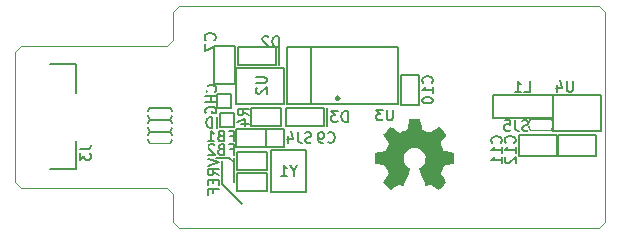
<source format=gbo>
G04 (created by PCBNEW (2013-07-14 BZR 4242)-stable) date Sun 28 Jul 2013 02:20:03 PM CEST*
%MOIN*%
G04 Gerber Fmt 3.4, Leading zero omitted, Abs format*
%FSLAX34Y34*%
G01*
G70*
G90*
G04 APERTURE LIST*
%ADD10C,0.005906*%
%ADD11C,0.003900*%
%ADD12C,0.003921*%
%ADD13C,0.005900*%
%ADD14C,0.011800*%
%ADD15C,0.000100*%
%ADD16R,0.047200X0.052800*%
%ADD17R,0.042800X0.070800*%
%ADD18C,0.081800*%
%ADD19R,0.047200X0.033400*%
%ADD20R,0.037800X0.037800*%
%ADD21R,0.106200X0.047100*%
%ADD22C,0.134200*%
%ADD23R,0.086500X0.023500*%
%ADD24R,0.082600X0.090500*%
%ADD25R,0.070800X0.090500*%
%ADD26R,0.082600X0.082600*%
%ADD27R,0.032800X0.032800*%
%ADD28R,0.023500X0.032800*%
%ADD29R,0.070800X0.031800*%
%ADD30R,0.066100X0.030800*%
%ADD31R,0.032800X0.052800*%
%ADD32R,0.062800X0.042800*%
%ADD33R,0.052800X0.032800*%
%ADD34R,0.042800X0.062800*%
%ADD35R,0.043200X0.052800*%
G04 APERTURE END LIST*
G54D10*
G54D11*
X15300Y-17430D02*
X15300Y-16500D01*
X15300Y-22574D02*
X15300Y-23500D01*
X29500Y-23700D02*
X15500Y-23700D01*
X29700Y-16500D02*
X29700Y-23500D01*
X15500Y-16300D02*
X29500Y-16300D01*
X10239Y-17630D02*
X15100Y-17630D01*
X10239Y-22374D02*
X15100Y-22374D01*
X10039Y-17830D02*
X10039Y-22174D01*
G54D12*
X10239Y-22374D02*
X10039Y-22174D01*
X15300Y-22574D02*
X15100Y-22374D01*
X15500Y-23700D02*
X15300Y-23500D01*
X29700Y-23500D02*
X29500Y-23700D01*
X29500Y-16300D02*
X29700Y-16500D01*
X15300Y-16500D02*
X15500Y-16300D01*
X15100Y-17630D02*
X15300Y-17430D01*
G54D11*
X10239Y-17630D02*
X10039Y-17830D01*
G54D13*
X17320Y-21540D02*
X17320Y-21360D01*
X17320Y-21520D02*
X17320Y-22180D01*
X17160Y-21360D02*
X17320Y-21520D01*
X16740Y-21360D02*
X17160Y-21360D01*
X16920Y-22240D02*
X16920Y-21480D01*
X17580Y-22900D02*
X16920Y-22240D01*
X16456Y-21393D02*
X16810Y-21511D01*
X16456Y-21629D01*
X16810Y-21949D02*
X16641Y-21831D01*
X16810Y-21747D02*
X16456Y-21747D01*
X16456Y-21882D01*
X16473Y-21915D01*
X16489Y-21932D01*
X16523Y-21949D01*
X16574Y-21949D01*
X16607Y-21932D01*
X16624Y-21915D01*
X16641Y-21882D01*
X16641Y-21747D01*
X16624Y-22101D02*
X16624Y-22219D01*
X16810Y-22269D02*
X16810Y-22101D01*
X16456Y-22101D01*
X16456Y-22269D01*
X16624Y-22539D02*
X16624Y-22421D01*
X16810Y-22421D02*
X16456Y-22421D01*
X16456Y-22590D01*
X18820Y-17665D02*
X18820Y-18265D01*
X18720Y-17665D02*
X17470Y-17665D01*
X17470Y-17665D02*
X17470Y-18265D01*
X17470Y-18265D02*
X18720Y-18265D01*
X18720Y-18265D02*
X18720Y-17665D01*
X27957Y-19263D02*
X25957Y-19263D01*
X25957Y-19263D02*
X25957Y-20051D01*
X25957Y-20051D02*
X27957Y-20051D01*
X27957Y-20051D02*
X27957Y-19263D01*
X17406Y-18365D02*
X18984Y-18365D01*
X17405Y-18365D02*
X17405Y-19565D01*
X17406Y-19565D02*
X18984Y-19565D01*
X18984Y-19565D02*
X18984Y-18365D01*
X16769Y-19691D02*
X17221Y-19691D01*
X17221Y-19691D02*
X17221Y-19239D01*
X17221Y-19239D02*
X16769Y-19239D01*
X16769Y-19239D02*
X16769Y-19691D01*
X19714Y-22520D02*
X19714Y-21102D01*
X19714Y-21102D02*
X18572Y-21102D01*
X18572Y-21102D02*
X18572Y-22520D01*
X18572Y-22520D02*
X19714Y-22520D01*
X12047Y-20807D02*
X12047Y-21752D01*
X12047Y-21752D02*
X11201Y-21752D01*
X12047Y-19193D02*
X12047Y-18248D01*
X12047Y-18248D02*
X11201Y-18248D01*
X15174Y-19697D02*
X14546Y-19697D01*
X14546Y-20083D02*
X15174Y-20083D01*
X15253Y-19966D02*
G75*
G02X15174Y-20083I-98J-19D01*
G74*
G01*
X14545Y-20083D02*
G75*
G02X14467Y-19965I20J98D01*
G74*
G01*
X14467Y-19814D02*
G75*
G02X14546Y-19697I98J19D01*
G74*
G01*
X15175Y-19697D02*
G75*
G02X15253Y-19815I-20J-98D01*
G74*
G01*
X15174Y-20497D02*
X14546Y-20497D01*
X14546Y-20883D02*
X15174Y-20883D01*
X15253Y-20766D02*
G75*
G02X15174Y-20883I-98J-19D01*
G74*
G01*
X14545Y-20883D02*
G75*
G02X14467Y-20765I20J98D01*
G74*
G01*
X14467Y-20614D02*
G75*
G02X14546Y-20497I98J19D01*
G74*
G01*
X15175Y-20497D02*
G75*
G02X15253Y-20615I-20J-98D01*
G74*
G01*
X19881Y-19587D02*
X19094Y-19587D01*
X19094Y-19587D02*
X19094Y-17657D01*
X19094Y-17657D02*
X19881Y-17657D01*
X22795Y-19587D02*
X22795Y-17657D01*
X22795Y-17657D02*
X19881Y-17657D01*
X19881Y-17657D02*
X19881Y-19587D01*
X19881Y-19587D02*
X22795Y-19587D01*
G54D14*
X20820Y-19381D02*
G75*
G03X20820Y-19381I-39J0D01*
G74*
G01*
G54D13*
X18900Y-19700D02*
X17900Y-19700D01*
X17900Y-19700D02*
X17900Y-20300D01*
X17900Y-20300D02*
X18900Y-20300D01*
X18900Y-20300D02*
X18900Y-19700D01*
X16645Y-17640D02*
X16645Y-18890D01*
X16645Y-18890D02*
X17345Y-18890D01*
X17345Y-18890D02*
X17345Y-17640D01*
X17345Y-17640D02*
X16645Y-17640D01*
X23488Y-19594D02*
X23488Y-18594D01*
X23488Y-18594D02*
X22888Y-18594D01*
X22888Y-18594D02*
X22888Y-19594D01*
X22888Y-19594D02*
X23488Y-19594D01*
X20425Y-19700D02*
X20425Y-20300D01*
X20325Y-19700D02*
X19075Y-19700D01*
X19075Y-19700D02*
X19075Y-20300D01*
X19075Y-20300D02*
X20325Y-20300D01*
X20325Y-20300D02*
X20325Y-19700D01*
X15174Y-20097D02*
X14546Y-20097D01*
X14546Y-20483D02*
X15174Y-20483D01*
X15253Y-20366D02*
G75*
G02X15174Y-20483I-98J-19D01*
G74*
G01*
X14545Y-20483D02*
G75*
G02X14467Y-20365I20J98D01*
G74*
G01*
X14467Y-20214D02*
G75*
G02X14546Y-20097I98J19D01*
G74*
G01*
X15175Y-20097D02*
G75*
G02X15253Y-20215I-20J-98D01*
G74*
G01*
X29382Y-20607D02*
X28132Y-20607D01*
X28132Y-20607D02*
X28132Y-21307D01*
X28132Y-21307D02*
X29382Y-21307D01*
X29382Y-21307D02*
X29382Y-20607D01*
X26832Y-21307D02*
X28082Y-21307D01*
X28082Y-21307D02*
X28082Y-20607D01*
X28082Y-20607D02*
X26832Y-20607D01*
X26832Y-20607D02*
X26832Y-21307D01*
X27243Y-20450D02*
X27871Y-20450D01*
X27871Y-20064D02*
X27243Y-20064D01*
X27164Y-20181D02*
G75*
G02X27243Y-20064I98J19D01*
G74*
G01*
X27872Y-20064D02*
G75*
G02X27950Y-20182I-20J-98D01*
G74*
G01*
X27950Y-20333D02*
G75*
G02X27871Y-20450I-98J-19D01*
G74*
G01*
X27242Y-20450D02*
G75*
G02X27164Y-20332I20J98D01*
G74*
G01*
G54D15*
G36*
X22553Y-22431D02*
X22567Y-22423D01*
X22598Y-22404D01*
X22642Y-22375D01*
X22694Y-22341D01*
X22746Y-22305D01*
X22789Y-22277D01*
X22819Y-22257D01*
X22831Y-22250D01*
X22838Y-22253D01*
X22863Y-22265D01*
X22898Y-22283D01*
X22919Y-22294D01*
X22952Y-22308D01*
X22969Y-22311D01*
X22971Y-22307D01*
X22983Y-22282D01*
X23002Y-22239D01*
X23027Y-22182D01*
X23056Y-22115D01*
X23086Y-22043D01*
X23117Y-21970D01*
X23146Y-21900D01*
X23171Y-21837D01*
X23192Y-21785D01*
X23206Y-21750D01*
X23211Y-21735D01*
X23209Y-21731D01*
X23193Y-21715D01*
X23164Y-21694D01*
X23102Y-21643D01*
X23040Y-21567D01*
X23003Y-21480D01*
X22990Y-21383D01*
X23001Y-21293D01*
X23036Y-21207D01*
X23096Y-21130D01*
X23169Y-21072D01*
X23254Y-21036D01*
X23350Y-21024D01*
X23441Y-21034D01*
X23529Y-21069D01*
X23607Y-21128D01*
X23640Y-21166D01*
X23685Y-21244D01*
X23710Y-21328D01*
X23713Y-21350D01*
X23709Y-21442D01*
X23682Y-21530D01*
X23633Y-21609D01*
X23566Y-21674D01*
X23557Y-21680D01*
X23526Y-21704D01*
X23505Y-21720D01*
X23488Y-21733D01*
X23606Y-22016D01*
X23625Y-22061D01*
X23657Y-22139D01*
X23685Y-22205D01*
X23708Y-22258D01*
X23724Y-22294D01*
X23731Y-22308D01*
X23731Y-22309D01*
X23742Y-22311D01*
X23763Y-22303D01*
X23803Y-22284D01*
X23829Y-22270D01*
X23859Y-22256D01*
X23873Y-22250D01*
X23884Y-22257D01*
X23913Y-22275D01*
X23955Y-22303D01*
X24006Y-22338D01*
X24054Y-22371D01*
X24098Y-22400D01*
X24130Y-22421D01*
X24146Y-22429D01*
X24148Y-22429D01*
X24162Y-22421D01*
X24188Y-22400D01*
X24226Y-22364D01*
X24281Y-22310D01*
X24289Y-22301D01*
X24334Y-22256D01*
X24370Y-22218D01*
X24395Y-22190D01*
X24404Y-22178D01*
X24404Y-22178D01*
X24396Y-22163D01*
X24375Y-22130D01*
X24346Y-22085D01*
X24310Y-22033D01*
X24216Y-21897D01*
X24268Y-21768D01*
X24284Y-21729D01*
X24304Y-21681D01*
X24319Y-21647D01*
X24326Y-21632D01*
X24340Y-21627D01*
X24375Y-21619D01*
X24426Y-21608D01*
X24487Y-21597D01*
X24545Y-21586D01*
X24597Y-21576D01*
X24635Y-21569D01*
X24652Y-21566D01*
X24656Y-21563D01*
X24660Y-21555D01*
X24662Y-21537D01*
X24663Y-21505D01*
X24664Y-21455D01*
X24664Y-21383D01*
X24664Y-21375D01*
X24663Y-21306D01*
X24662Y-21251D01*
X24660Y-21215D01*
X24658Y-21201D01*
X24658Y-21201D01*
X24641Y-21197D01*
X24604Y-21189D01*
X24552Y-21179D01*
X24490Y-21167D01*
X24486Y-21166D01*
X24424Y-21154D01*
X24371Y-21143D01*
X24335Y-21135D01*
X24320Y-21130D01*
X24316Y-21126D01*
X24304Y-21101D01*
X24286Y-21063D01*
X24265Y-21016D01*
X24245Y-20967D01*
X24228Y-20923D01*
X24216Y-20890D01*
X24212Y-20875D01*
X24212Y-20875D01*
X24222Y-20860D01*
X24243Y-20828D01*
X24273Y-20783D01*
X24310Y-20730D01*
X24312Y-20726D01*
X24348Y-20674D01*
X24377Y-20629D01*
X24396Y-20597D01*
X24404Y-20583D01*
X24403Y-20582D01*
X24392Y-20567D01*
X24365Y-20537D01*
X24327Y-20497D01*
X24281Y-20450D01*
X24266Y-20436D01*
X24215Y-20386D01*
X24179Y-20353D01*
X24157Y-20336D01*
X24147Y-20332D01*
X24146Y-20332D01*
X24130Y-20342D01*
X24097Y-20364D01*
X24052Y-20394D01*
X23999Y-20430D01*
X23995Y-20433D01*
X23943Y-20469D01*
X23899Y-20498D01*
X23868Y-20519D01*
X23854Y-20527D01*
X23852Y-20527D01*
X23830Y-20521D01*
X23793Y-20508D01*
X23747Y-20490D01*
X23698Y-20470D01*
X23654Y-20452D01*
X23621Y-20437D01*
X23606Y-20428D01*
X23605Y-20427D01*
X23600Y-20408D01*
X23591Y-20369D01*
X23579Y-20315D01*
X23567Y-20250D01*
X23565Y-20240D01*
X23553Y-20177D01*
X23543Y-20126D01*
X23536Y-20090D01*
X23532Y-20075D01*
X23523Y-20073D01*
X23493Y-20071D01*
X23446Y-20070D01*
X23390Y-20069D01*
X23330Y-20069D01*
X23272Y-20071D01*
X23223Y-20072D01*
X23187Y-20075D01*
X23172Y-20078D01*
X23172Y-20079D01*
X23166Y-20098D01*
X23158Y-20137D01*
X23147Y-20192D01*
X23134Y-20256D01*
X23132Y-20268D01*
X23120Y-20330D01*
X23110Y-20381D01*
X23102Y-20417D01*
X23098Y-20431D01*
X23093Y-20434D01*
X23067Y-20445D01*
X23025Y-20462D01*
X22973Y-20483D01*
X22853Y-20532D01*
X22705Y-20431D01*
X22692Y-20422D01*
X22639Y-20385D01*
X22595Y-20356D01*
X22565Y-20337D01*
X22552Y-20330D01*
X22551Y-20330D01*
X22536Y-20343D01*
X22507Y-20370D01*
X22467Y-20409D01*
X22421Y-20456D01*
X22386Y-20490D01*
X22346Y-20531D01*
X22320Y-20559D01*
X22306Y-20577D01*
X22301Y-20588D01*
X22302Y-20595D01*
X22312Y-20610D01*
X22333Y-20643D01*
X22364Y-20687D01*
X22400Y-20740D01*
X22429Y-20783D01*
X22461Y-20833D01*
X22482Y-20868D01*
X22489Y-20885D01*
X22487Y-20893D01*
X22477Y-20921D01*
X22460Y-20965D01*
X22437Y-21017D01*
X22386Y-21134D01*
X22310Y-21149D01*
X22263Y-21157D01*
X22198Y-21170D01*
X22136Y-21182D01*
X22039Y-21201D01*
X22036Y-21557D01*
X22051Y-21563D01*
X22065Y-21567D01*
X22101Y-21575D01*
X22152Y-21585D01*
X22213Y-21596D01*
X22264Y-21606D01*
X22316Y-21616D01*
X22354Y-21623D01*
X22370Y-21627D01*
X22374Y-21632D01*
X22387Y-21657D01*
X22406Y-21697D01*
X22426Y-21745D01*
X22447Y-21795D01*
X22465Y-21841D01*
X22478Y-21876D01*
X22483Y-21895D01*
X22476Y-21908D01*
X22456Y-21939D01*
X22428Y-21982D01*
X22392Y-22034D01*
X22357Y-22085D01*
X22327Y-22130D01*
X22307Y-22161D01*
X22298Y-22176D01*
X22302Y-22186D01*
X22323Y-22211D01*
X22362Y-22251D01*
X22420Y-22308D01*
X22429Y-22317D01*
X22475Y-22362D01*
X22514Y-22398D01*
X22541Y-22422D01*
X22553Y-22431D01*
X22553Y-22431D01*
G37*
G54D13*
X17413Y-22465D02*
X18413Y-22465D01*
X18413Y-22465D02*
X18413Y-21865D01*
X18413Y-21865D02*
X17413Y-21865D01*
X17413Y-21865D02*
X17413Y-22465D01*
X17413Y-21756D02*
X18413Y-21756D01*
X18413Y-21756D02*
X18413Y-21156D01*
X18413Y-21156D02*
X17413Y-21156D01*
X17413Y-21156D02*
X17413Y-21756D01*
X17400Y-21000D02*
X18400Y-21000D01*
X18400Y-21000D02*
X18400Y-20400D01*
X18400Y-20400D02*
X17400Y-20400D01*
X17400Y-20400D02*
X17400Y-21000D01*
X18000Y-21000D02*
X19000Y-21000D01*
X19000Y-21000D02*
X19000Y-20400D01*
X19000Y-20400D02*
X18000Y-20400D01*
X18000Y-20400D02*
X18000Y-21000D01*
X29546Y-20457D02*
X27968Y-20457D01*
X29547Y-20457D02*
X29547Y-19257D01*
X29546Y-19257D02*
X27968Y-19257D01*
X27968Y-19257D02*
X27968Y-20457D01*
X16874Y-20326D02*
X17326Y-20326D01*
X17326Y-20326D02*
X17326Y-19874D01*
X17326Y-19874D02*
X16874Y-19874D01*
X16874Y-19874D02*
X16874Y-20326D01*
X18811Y-17660D02*
X18811Y-17306D01*
X18727Y-17306D01*
X18676Y-17323D01*
X18642Y-17356D01*
X18625Y-17390D01*
X18609Y-17457D01*
X18609Y-17508D01*
X18625Y-17575D01*
X18642Y-17609D01*
X18676Y-17643D01*
X18727Y-17660D01*
X18811Y-17660D01*
X18474Y-17339D02*
X18457Y-17323D01*
X18423Y-17306D01*
X18339Y-17306D01*
X18305Y-17323D01*
X18288Y-17339D01*
X18271Y-17373D01*
X18271Y-17407D01*
X18288Y-17457D01*
X18491Y-17660D01*
X18271Y-17660D01*
X27009Y-19160D02*
X27177Y-19160D01*
X27177Y-18806D01*
X26705Y-19160D02*
X26907Y-19160D01*
X26806Y-19160D02*
X26806Y-18806D01*
X26840Y-18856D01*
X26874Y-18890D01*
X26907Y-18907D01*
X18056Y-18680D02*
X18342Y-18680D01*
X18376Y-18697D01*
X18393Y-18714D01*
X18410Y-18747D01*
X18410Y-18815D01*
X18393Y-18848D01*
X18376Y-18865D01*
X18342Y-18882D01*
X18056Y-18882D01*
X18089Y-19034D02*
X18073Y-19051D01*
X18056Y-19084D01*
X18056Y-19169D01*
X18073Y-19202D01*
X18089Y-19219D01*
X18123Y-19236D01*
X18157Y-19236D01*
X18207Y-19219D01*
X18410Y-19017D01*
X18410Y-19236D01*
X16697Y-19162D02*
X16714Y-19146D01*
X16730Y-19095D01*
X16730Y-19061D01*
X16714Y-19011D01*
X16680Y-18977D01*
X16646Y-18960D01*
X16579Y-18943D01*
X16528Y-18943D01*
X16461Y-18960D01*
X16427Y-18977D01*
X16393Y-19011D01*
X16376Y-19061D01*
X16376Y-19095D01*
X16393Y-19146D01*
X16410Y-19162D01*
X16730Y-19314D02*
X16376Y-19314D01*
X16545Y-19314D02*
X16545Y-19516D01*
X16730Y-19516D02*
X16376Y-19516D01*
X16393Y-19870D02*
X16376Y-19837D01*
X16376Y-19786D01*
X16393Y-19736D01*
X16427Y-19702D01*
X16461Y-19685D01*
X16528Y-19668D01*
X16579Y-19668D01*
X16646Y-19685D01*
X16680Y-19702D01*
X16714Y-19736D01*
X16730Y-19786D01*
X16730Y-19820D01*
X16714Y-19870D01*
X16697Y-19887D01*
X16579Y-19887D01*
X16579Y-19820D01*
X19312Y-21802D02*
X19312Y-21971D01*
X19430Y-21617D02*
X19312Y-21802D01*
X19194Y-21617D01*
X18890Y-21971D02*
X19093Y-21971D01*
X18991Y-21971D02*
X18991Y-21617D01*
X19025Y-21667D01*
X19059Y-21701D01*
X19093Y-21718D01*
X12206Y-21082D02*
X12459Y-21082D01*
X12509Y-21065D01*
X12543Y-21031D01*
X12560Y-20980D01*
X12560Y-20947D01*
X12206Y-21216D02*
X12206Y-21436D01*
X12341Y-21318D01*
X12341Y-21368D01*
X12357Y-21402D01*
X12374Y-21419D01*
X12408Y-21436D01*
X12492Y-21436D01*
X12526Y-21419D01*
X12543Y-21402D01*
X12560Y-21368D01*
X12560Y-21267D01*
X12543Y-21233D01*
X12526Y-21216D01*
X22619Y-19756D02*
X22619Y-20042D01*
X22602Y-20076D01*
X22586Y-20093D01*
X22552Y-20110D01*
X22484Y-20110D01*
X22451Y-20093D01*
X22434Y-20076D01*
X22417Y-20042D01*
X22417Y-19756D01*
X22282Y-19756D02*
X22063Y-19756D01*
X22181Y-19891D01*
X22130Y-19891D01*
X22097Y-19907D01*
X22080Y-19924D01*
X22063Y-19958D01*
X22063Y-20042D01*
X22080Y-20076D01*
X22097Y-20093D01*
X22130Y-20110D01*
X22232Y-20110D01*
X22265Y-20093D01*
X22282Y-20076D01*
X17810Y-19941D02*
X17641Y-19823D01*
X17810Y-19738D02*
X17456Y-19738D01*
X17456Y-19873D01*
X17473Y-19907D01*
X17489Y-19924D01*
X17523Y-19941D01*
X17574Y-19941D01*
X17607Y-19924D01*
X17624Y-19907D01*
X17641Y-19873D01*
X17641Y-19738D01*
X17574Y-20244D02*
X17810Y-20244D01*
X17439Y-20160D02*
X17692Y-20075D01*
X17692Y-20295D01*
X16676Y-17441D02*
X16693Y-17424D01*
X16710Y-17373D01*
X16710Y-17339D01*
X16693Y-17289D01*
X16659Y-17255D01*
X16625Y-17238D01*
X16558Y-17221D01*
X16507Y-17221D01*
X16440Y-17238D01*
X16406Y-17255D01*
X16373Y-17289D01*
X16356Y-17339D01*
X16356Y-17373D01*
X16373Y-17424D01*
X16389Y-17441D01*
X16356Y-17559D02*
X16356Y-17795D01*
X16710Y-17643D01*
X23926Y-18872D02*
X23943Y-18855D01*
X23960Y-18805D01*
X23960Y-18771D01*
X23943Y-18720D01*
X23909Y-18687D01*
X23875Y-18670D01*
X23808Y-18653D01*
X23757Y-18653D01*
X23690Y-18670D01*
X23656Y-18687D01*
X23623Y-18720D01*
X23606Y-18771D01*
X23606Y-18805D01*
X23623Y-18855D01*
X23639Y-18872D01*
X23960Y-19209D02*
X23960Y-19007D01*
X23960Y-19108D02*
X23606Y-19108D01*
X23656Y-19074D01*
X23690Y-19041D01*
X23707Y-19007D01*
X23606Y-19428D02*
X23606Y-19462D01*
X23623Y-19496D01*
X23639Y-19513D01*
X23673Y-19529D01*
X23741Y-19546D01*
X23825Y-19546D01*
X23892Y-19529D01*
X23926Y-19513D01*
X23943Y-19496D01*
X23960Y-19462D01*
X23960Y-19428D01*
X23943Y-19395D01*
X23926Y-19378D01*
X23892Y-19361D01*
X23825Y-19344D01*
X23741Y-19344D01*
X23673Y-19361D01*
X23639Y-19378D01*
X23623Y-19395D01*
X23606Y-19428D01*
X21111Y-20160D02*
X21111Y-19806D01*
X21027Y-19806D01*
X20976Y-19823D01*
X20942Y-19856D01*
X20925Y-19890D01*
X20909Y-19957D01*
X20909Y-20008D01*
X20925Y-20075D01*
X20942Y-20109D01*
X20976Y-20143D01*
X21027Y-20160D01*
X21111Y-20160D01*
X20791Y-19806D02*
X20571Y-19806D01*
X20689Y-19941D01*
X20639Y-19941D01*
X20605Y-19957D01*
X20588Y-19974D01*
X20571Y-20008D01*
X20571Y-20092D01*
X20588Y-20126D01*
X20605Y-20143D01*
X20639Y-20160D01*
X20740Y-20160D01*
X20774Y-20143D01*
X20791Y-20126D01*
X26676Y-20872D02*
X26693Y-20855D01*
X26710Y-20805D01*
X26710Y-20771D01*
X26693Y-20720D01*
X26659Y-20687D01*
X26625Y-20670D01*
X26558Y-20653D01*
X26507Y-20653D01*
X26440Y-20670D01*
X26406Y-20687D01*
X26373Y-20720D01*
X26356Y-20771D01*
X26356Y-20805D01*
X26373Y-20855D01*
X26389Y-20872D01*
X26710Y-21209D02*
X26710Y-21007D01*
X26710Y-21108D02*
X26356Y-21108D01*
X26406Y-21074D01*
X26440Y-21041D01*
X26457Y-21007D01*
X26389Y-21344D02*
X26373Y-21361D01*
X26356Y-21395D01*
X26356Y-21479D01*
X26373Y-21513D01*
X26389Y-21529D01*
X26423Y-21546D01*
X26457Y-21546D01*
X26507Y-21529D01*
X26710Y-21327D01*
X26710Y-21546D01*
X26226Y-20872D02*
X26243Y-20855D01*
X26260Y-20805D01*
X26260Y-20771D01*
X26243Y-20720D01*
X26209Y-20687D01*
X26175Y-20670D01*
X26108Y-20653D01*
X26057Y-20653D01*
X25990Y-20670D01*
X25956Y-20687D01*
X25923Y-20720D01*
X25906Y-20771D01*
X25906Y-20805D01*
X25923Y-20855D01*
X25939Y-20872D01*
X26260Y-21209D02*
X26260Y-21007D01*
X26260Y-21108D02*
X25906Y-21108D01*
X25956Y-21074D01*
X25990Y-21041D01*
X26007Y-21007D01*
X26260Y-21546D02*
X26260Y-21344D01*
X26260Y-21445D02*
X25906Y-21445D01*
X25956Y-21411D01*
X25990Y-21378D01*
X26007Y-21344D01*
X27136Y-20450D02*
X27086Y-20467D01*
X27002Y-20467D01*
X26968Y-20450D01*
X26951Y-20433D01*
X26934Y-20400D01*
X26934Y-20366D01*
X26951Y-20332D01*
X26968Y-20315D01*
X27002Y-20298D01*
X27069Y-20282D01*
X27103Y-20265D01*
X27120Y-20248D01*
X27136Y-20214D01*
X27136Y-20180D01*
X27120Y-20147D01*
X27103Y-20130D01*
X27069Y-20113D01*
X26985Y-20113D01*
X26934Y-20130D01*
X26681Y-20113D02*
X26681Y-20366D01*
X26698Y-20416D01*
X26732Y-20450D01*
X26782Y-20467D01*
X26816Y-20467D01*
X26344Y-20113D02*
X26513Y-20113D01*
X26530Y-20282D01*
X26513Y-20265D01*
X26479Y-20248D01*
X26395Y-20248D01*
X26361Y-20265D01*
X26344Y-20282D01*
X26327Y-20315D01*
X26327Y-20400D01*
X26344Y-20433D01*
X26361Y-20450D01*
X26395Y-20467D01*
X26479Y-20467D01*
X26513Y-20450D01*
X26530Y-20433D01*
X17195Y-21074D02*
X17313Y-21074D01*
X17313Y-21260D02*
X17313Y-20906D01*
X17144Y-20906D01*
X16891Y-21074D02*
X16841Y-21091D01*
X16824Y-21108D01*
X16807Y-21142D01*
X16807Y-21192D01*
X16824Y-21226D01*
X16841Y-21243D01*
X16874Y-21260D01*
X17009Y-21260D01*
X17009Y-20906D01*
X16891Y-20906D01*
X16857Y-20923D01*
X16841Y-20939D01*
X16824Y-20973D01*
X16824Y-21007D01*
X16841Y-21041D01*
X16857Y-21057D01*
X16891Y-21074D01*
X17009Y-21074D01*
X16672Y-20939D02*
X16655Y-20923D01*
X16621Y-20906D01*
X16537Y-20906D01*
X16503Y-20923D01*
X16487Y-20939D01*
X16470Y-20973D01*
X16470Y-21007D01*
X16487Y-21057D01*
X16689Y-21260D01*
X16470Y-21260D01*
X17195Y-20624D02*
X17313Y-20624D01*
X17313Y-20810D02*
X17313Y-20456D01*
X17144Y-20456D01*
X16891Y-20624D02*
X16841Y-20641D01*
X16824Y-20658D01*
X16807Y-20692D01*
X16807Y-20742D01*
X16824Y-20776D01*
X16841Y-20793D01*
X16874Y-20810D01*
X17009Y-20810D01*
X17009Y-20456D01*
X16891Y-20456D01*
X16857Y-20473D01*
X16841Y-20489D01*
X16824Y-20523D01*
X16824Y-20557D01*
X16841Y-20591D01*
X16857Y-20607D01*
X16891Y-20624D01*
X17009Y-20624D01*
X16470Y-20810D02*
X16672Y-20810D01*
X16571Y-20810D02*
X16571Y-20456D01*
X16605Y-20506D01*
X16638Y-20540D01*
X16672Y-20557D01*
X19904Y-20843D02*
X19854Y-20860D01*
X19769Y-20860D01*
X19736Y-20843D01*
X19719Y-20826D01*
X19702Y-20792D01*
X19702Y-20759D01*
X19719Y-20725D01*
X19736Y-20708D01*
X19769Y-20691D01*
X19837Y-20674D01*
X19870Y-20657D01*
X19887Y-20641D01*
X19904Y-20607D01*
X19904Y-20573D01*
X19887Y-20539D01*
X19870Y-20523D01*
X19837Y-20506D01*
X19752Y-20506D01*
X19702Y-20523D01*
X19449Y-20506D02*
X19449Y-20759D01*
X19466Y-20809D01*
X19500Y-20843D01*
X19550Y-20860D01*
X19584Y-20860D01*
X19129Y-20624D02*
X19129Y-20860D01*
X19213Y-20489D02*
X19297Y-20742D01*
X19078Y-20742D01*
X20459Y-20826D02*
X20475Y-20843D01*
X20526Y-20860D01*
X20560Y-20860D01*
X20610Y-20843D01*
X20644Y-20809D01*
X20661Y-20775D01*
X20678Y-20708D01*
X20678Y-20657D01*
X20661Y-20590D01*
X20644Y-20556D01*
X20610Y-20523D01*
X20560Y-20506D01*
X20526Y-20506D01*
X20475Y-20523D01*
X20459Y-20539D01*
X20290Y-20860D02*
X20223Y-20860D01*
X20189Y-20843D01*
X20172Y-20826D01*
X20138Y-20775D01*
X20121Y-20708D01*
X20121Y-20573D01*
X20138Y-20539D01*
X20155Y-20523D01*
X20189Y-20506D01*
X20256Y-20506D01*
X20290Y-20523D01*
X20307Y-20539D01*
X20324Y-20573D01*
X20324Y-20657D01*
X20307Y-20691D01*
X20290Y-20708D01*
X20256Y-20725D01*
X20189Y-20725D01*
X20155Y-20708D01*
X20138Y-20691D01*
X20121Y-20657D01*
X28619Y-18806D02*
X28619Y-19092D01*
X28602Y-19126D01*
X28586Y-19143D01*
X28552Y-19160D01*
X28484Y-19160D01*
X28451Y-19143D01*
X28434Y-19126D01*
X28417Y-19092D01*
X28417Y-18806D01*
X28097Y-18924D02*
X28097Y-19160D01*
X28181Y-18789D02*
X28265Y-19042D01*
X28046Y-19042D01*
X16776Y-20360D02*
X16776Y-20006D01*
X16608Y-20360D02*
X16608Y-20006D01*
X16524Y-20006D01*
X16473Y-20023D01*
X16439Y-20056D01*
X16423Y-20090D01*
X16406Y-20157D01*
X16406Y-20208D01*
X16423Y-20275D01*
X16439Y-20309D01*
X16473Y-20343D01*
X16524Y-20360D01*
X16608Y-20360D01*
%LPC*%
G54D16*
X18449Y-17965D03*
X17741Y-17965D03*
G54D17*
X27707Y-19657D03*
X26957Y-19657D03*
X26207Y-19657D03*
G54D18*
X26000Y-22050D03*
X27000Y-21950D03*
X28000Y-22050D03*
X29000Y-21950D03*
X24000Y-18000D03*
X25000Y-17900D03*
X26000Y-18000D03*
X27000Y-17900D03*
X28000Y-18000D03*
X29000Y-17900D03*
G54D19*
X17695Y-19340D03*
X17695Y-18590D03*
X18695Y-19340D03*
X17695Y-18965D03*
X18695Y-18590D03*
G54D20*
X16995Y-19465D03*
G54D21*
X19143Y-22244D03*
X19143Y-21378D03*
G54D22*
X25255Y-20413D03*
G54D23*
X11771Y-20000D03*
X11771Y-20255D03*
X11771Y-19489D03*
G54D24*
X10610Y-21516D03*
X10610Y-18484D03*
G54D23*
X11771Y-19745D03*
X11771Y-20511D03*
G54D25*
X11614Y-21220D03*
X11614Y-18780D03*
G54D26*
X10610Y-20472D03*
X10610Y-19528D03*
G54D18*
X16000Y-17050D03*
X17000Y-16950D03*
X18000Y-17050D03*
X19000Y-16950D03*
X20000Y-17050D03*
X21000Y-16950D03*
X22000Y-17050D03*
X23000Y-16950D03*
X24000Y-17050D03*
X25000Y-16950D03*
X26000Y-17050D03*
X27000Y-16950D03*
X28000Y-17050D03*
X29000Y-16950D03*
X16000Y-23050D03*
X17000Y-22950D03*
X18000Y-23050D03*
X19000Y-22950D03*
X20000Y-23050D03*
X21000Y-22950D03*
X22000Y-23050D03*
X23000Y-22950D03*
X24000Y-23050D03*
X25000Y-22950D03*
X26000Y-23050D03*
X27000Y-22950D03*
X28000Y-23050D03*
X29000Y-22950D03*
G54D27*
X14683Y-19890D03*
X15037Y-19890D03*
G54D28*
X14860Y-19890D03*
G54D27*
X14683Y-20690D03*
X15037Y-20690D03*
G54D28*
X14860Y-20690D03*
G54D29*
X20275Y-19372D03*
X20275Y-18872D03*
X20275Y-18372D03*
X20275Y-17872D03*
X22401Y-17872D03*
X22401Y-18372D03*
X22401Y-18872D03*
X22401Y-19372D03*
G54D30*
X19464Y-19372D03*
X19464Y-18872D03*
X19464Y-18372D03*
X19464Y-17872D03*
G54D31*
X18700Y-20000D03*
X18100Y-20000D03*
G54D32*
X16995Y-17890D03*
X16995Y-18640D03*
G54D33*
X23188Y-19394D03*
X23188Y-18794D03*
G54D16*
X20054Y-20000D03*
X19346Y-20000D03*
X19700Y-20000D03*
G54D27*
X14683Y-20290D03*
X15037Y-20290D03*
G54D28*
X14860Y-20290D03*
G54D18*
X15950Y-22000D03*
X16050Y-21000D03*
X15950Y-20000D03*
X16015Y-18960D03*
X15985Y-18040D03*
G54D34*
X29132Y-20957D03*
X28382Y-20957D03*
X27082Y-20957D03*
X27832Y-20957D03*
G54D27*
X27734Y-20257D03*
X27380Y-20257D03*
G54D28*
X27557Y-20257D03*
G54D31*
X17613Y-22165D03*
X18213Y-22165D03*
G54D35*
X17913Y-22165D03*
G54D31*
X17613Y-21456D03*
X18213Y-21456D03*
G54D35*
X17913Y-21456D03*
G54D31*
X17600Y-20700D03*
X18200Y-20700D03*
G54D35*
X17900Y-20700D03*
G54D31*
X18200Y-20700D03*
X18800Y-20700D03*
G54D19*
X29257Y-19482D03*
X29257Y-20232D03*
X28257Y-19482D03*
X29257Y-19857D03*
X28257Y-20232D03*
G54D20*
X17100Y-20100D03*
M02*

</source>
